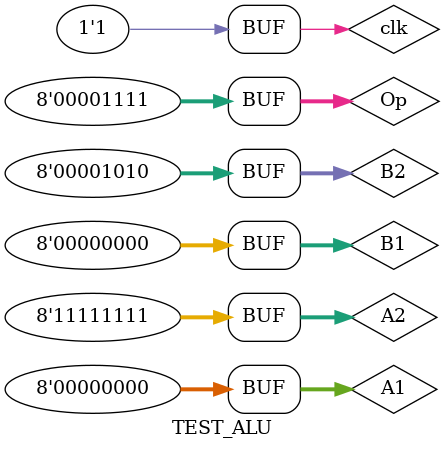
<source format=v>
`timescale 1ns / 1ps


module TEST_ALU;

	// Inputs
	reg [7:0] A1;
	reg [7:0] A2;
	reg [7:0] B1;
	reg [7:0] B2;
	reg [7:0] Op;
	reg clk;

	// Outputs
	wire [7:0] Out1;
	wire [7:0] Out2;
	wire CompReg;	 

	parameter OP_SIZE  = 4;
//Math
	 parameter [OP_SIZE-1:0] ADD_OP = 4'b0000;
	 parameter [OP_SIZE-1:0] SUB_OP = 4'b0001;
	 parameter [OP_SIZE-1:0] MUL_OP = 4'b0010;
	 //Divide has a different module.
	 //parameter [OP_SIZE-1:0] DIV_OP = 4'b0011;
//Single Operand Inst
	 parameter [OP_SIZE-1:0] REAL_OP = 4'b0100;
	 parameter [OP_SIZE-1:0] IMAGINE_OP = 4'b0101;
	 parameter [OP_SIZE-1:0] CONJ_OP = 4'b0110;
//Branch Compare
	 parameter [OP_SIZE-1:0] LESS_COMP = 4'b1001;
	 parameter [OP_SIZE-1:0] EQUAL_COMP = 4'b1010;
	 parameter [OP_SIZE-1:0] LORE_COMP = 4'b1011;
	 parameter [OP_SIZE-1:0] GREAT_COMP = 4'b1100;
	 parameter [OP_SIZE-1:0] NEQUAL_COMP = 4'b1101;
	 parameter [OP_SIZE-1:0] GORE_COMP = 4'b1110;
//For Memory Access
	 parameter [OP_SIZE-1:0] MEM_ACCESS = 4'b1111;	// Instantiate the Unit Under Test (UUT)
	ALU uut (
		.A1(A1), 
		.A2(A2), 
		.B1(B1), 
		.B2(B2), 
		.Op(Op), 
		.Out1(Out1), 
		.Out2(Out2), 
		.CompReg(CompReg), 
		.clk(clk)
	);

	initial begin
		// Initialize Inputs
		A1 = 5;
		A2 = 6;
		B1 = 7;
		B2 = 8;
		Op = 0;
		clk = 0;


		// Wait 100 ns for global reset to finish
		// Initialize Inputs
		A1 = 5;
		A2 = 6;
		B1 = 7;
		B2 = 8;
		Op = ADD_OP;
		clk = 0;
		#100;
 		clk = 1;
		#100;
		Op = SUB_OP;		
		clk = 0;
		#100;
 		clk = 1;
		#100;
		A1 = 1;
		A2 = 1;
		B1 = 1;
		B2 = 1;
 		Op = MUL_OP;
		clk = 0;
		#100;
 		clk = 1;
		#100;
		A1 = 5;
		A2 = 6;
		B1 = 7;
		B2 = 8;
		Op = REAL_OP;
		clk = 0;
		#100;
 		clk = 1;
		#100;
		Op = IMAGINE_OP;
		clk = 0;
		#100;
 		clk = 1;
		#100;
		Op = CONJ_OP;
		clk = 0;
		#100;
 		clk = 1;
		#100;
		Op = LESS_COMP;
		clk = 0;
		#100;
 		clk = 1;
		#100;
		Op = EQUAL_COMP;
		B1 = 5;
		clk = 0;
		#100;
 		clk = 1;
		#100;
		A1 = 1;
		A2 = 1;
		B1 = 1;
		B2 = 1;
		clk = 0;
		#100;
 		clk = 1;
		#100;
		Op = LORE_COMP;
		clk = 0;
		#100;
 		clk = 1;
		#100;
		A1 = 0;
		A2 = 255;
		B1 = 0;
		B2 = 10;
		Op =  MEM_ACCESS;		
	   clk = 0;
		#100;
 		clk = 1;
	end
      
endmodule


</source>
